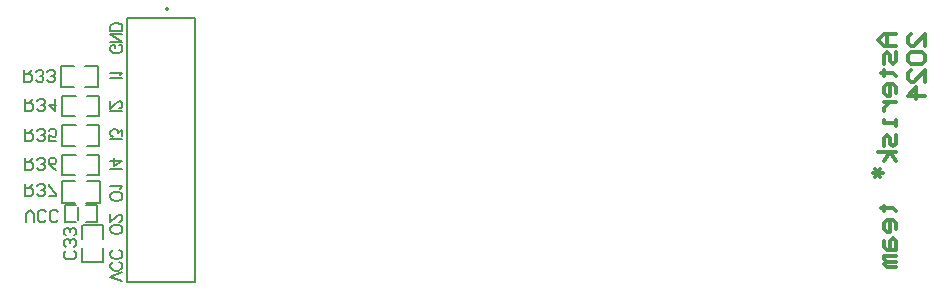
<source format=gbr>
%TF.GenerationSoftware,Altium Limited,Altium Designer,21.8.1 (53)*%
G04 Layer_Color=65535*
%FSLAX42Y42*%
%MOMM*%
%TF.SameCoordinates,15406810-5A1E-4B15-B108-3B776D23A55A*%
%TF.FilePolarity,Positive*%
%TF.FileFunction,Legend,Bot*%
%TF.Part,Single*%
G01*
G75*
%TA.AperFunction,NonConductor*%
%ADD60C,0.20*%
%ADD61C,0.15*%
%ADD62C,0.13*%
%ADD63C,0.30*%
D60*
X17110Y21195D02*
G03*
X17110Y21195I-10J0D01*
G01*
X16696Y20891D02*
X16706Y20887D01*
X16715Y20877D01*
X16720Y20868D01*
Y20849D01*
X16715Y20839D01*
X16706Y20830D01*
X16696Y20825D01*
X16682Y20820D01*
X16658D01*
X16644Y20825D01*
X16634Y20830D01*
X16625Y20839D01*
X16620Y20849D01*
Y20868D01*
X16625Y20877D01*
X16634Y20887D01*
X16644Y20891D01*
X16658D01*
Y20868D02*
Y20891D01*
X16720Y20914D02*
X16620D01*
X16720D02*
X16620Y20981D01*
X16720D02*
X16620D01*
X16720Y21009D02*
X16620D01*
X16720D02*
Y21042D01*
X16715Y21056D01*
X16706Y21066D01*
X16696Y21070D01*
X16682Y21075D01*
X16658D01*
X16644Y21070D01*
X16634Y21066D01*
X16625Y21056D01*
X16620Y21042D01*
Y21009D01*
X16720Y20610D02*
X16620D01*
X16701Y20631D02*
X16706Y20640D01*
X16720Y20655D01*
X16620D01*
X16720Y20330D02*
X16620D01*
X16696Y20356D02*
X16701D01*
X16710Y20360D01*
X16715Y20365D01*
X16720Y20375D01*
Y20394D01*
X16715Y20403D01*
X16710Y20408D01*
X16701Y20413D01*
X16691D01*
X16682Y20408D01*
X16668Y20399D01*
X16620Y20351D01*
Y20418D01*
X16720Y20090D02*
X16620D01*
X16720Y20120D02*
Y20173D01*
X16682Y20144D01*
Y20159D01*
X16677Y20168D01*
X16672Y20173D01*
X16658Y20178D01*
X16649D01*
X16634Y20173D01*
X16625Y20163D01*
X16620Y20149D01*
Y20135D01*
X16625Y20120D01*
X16630Y20116D01*
X16639Y20111D01*
X16720Y19840D02*
X16620D01*
X16720Y19909D02*
X16653Y19861D01*
Y19932D01*
X16720Y19909D02*
X16620D01*
X16720Y19599D02*
X16715Y19589D01*
X16706Y19580D01*
X16696Y19575D01*
X16682Y19570D01*
X16658D01*
X16644Y19575D01*
X16634Y19580D01*
X16625Y19589D01*
X16620Y19599D01*
Y19618D01*
X16625Y19627D01*
X16634Y19637D01*
X16644Y19641D01*
X16658Y19646D01*
X16682D01*
X16696Y19641D01*
X16706Y19637D01*
X16715Y19627D01*
X16720Y19618D01*
Y19599D01*
X16701Y19670D02*
X16706Y19679D01*
X16720Y19693D01*
X16620D01*
X16720Y19319D02*
X16715Y19309D01*
X16706Y19300D01*
X16696Y19295D01*
X16682Y19290D01*
X16658D01*
X16644Y19295D01*
X16634Y19300D01*
X16625Y19309D01*
X16620Y19319D01*
Y19338D01*
X16625Y19347D01*
X16634Y19357D01*
X16644Y19361D01*
X16658Y19366D01*
X16682D01*
X16696Y19361D01*
X16706Y19357D01*
X16715Y19347D01*
X16720Y19338D01*
Y19319D01*
X16696Y19394D02*
X16701D01*
X16710Y19399D01*
X16715Y19404D01*
X16720Y19413D01*
Y19432D01*
X16715Y19442D01*
X16710Y19447D01*
X16701Y19451D01*
X16691D01*
X16682Y19447D01*
X16668Y19437D01*
X16620Y19390D01*
Y19456D01*
X16720Y18890D02*
X16620Y18928D01*
X16720Y18966D02*
X16620Y18928D01*
X16696Y19050D02*
X16706Y19046D01*
X16715Y19036D01*
X16720Y19027D01*
Y19008D01*
X16715Y18998D01*
X16706Y18989D01*
X16696Y18984D01*
X16682Y18979D01*
X16658D01*
X16644Y18984D01*
X16634Y18989D01*
X16625Y18998D01*
X16620Y19008D01*
Y19027D01*
X16625Y19036D01*
X16634Y19046D01*
X16644Y19050D01*
X16696Y19150D02*
X16706Y19145D01*
X16715Y19136D01*
X16720Y19126D01*
Y19107D01*
X16715Y19098D01*
X16706Y19088D01*
X16696Y19083D01*
X16682Y19079D01*
X16658D01*
X16644Y19083D01*
X16634Y19088D01*
X16625Y19098D01*
X16620Y19107D01*
Y19126D01*
X16625Y19136D01*
X16634Y19145D01*
X16644Y19150D01*
X15897Y19710D02*
Y19610D01*
X15947D01*
X15963Y19627D01*
Y19660D01*
X15947Y19677D01*
X15897D01*
X15930D02*
X15963Y19710D01*
X15997Y19627D02*
X16013Y19610D01*
X16047D01*
X16063Y19627D01*
Y19643D01*
X16047Y19660D01*
X16030D01*
X16047D01*
X16063Y19677D01*
Y19693D01*
X16047Y19710D01*
X16013D01*
X15997Y19693D01*
X16097Y19610D02*
X16163D01*
Y19627D01*
X16097Y19693D01*
Y19710D01*
X15907Y19390D02*
Y19457D01*
X15940Y19490D01*
X15973Y19457D01*
Y19390D01*
X16073Y19407D02*
X16057Y19390D01*
X16023D01*
X16007Y19407D01*
Y19473D01*
X16023Y19490D01*
X16057D01*
X16073Y19473D01*
X16173Y19407D02*
X16157Y19390D01*
X16123D01*
X16107Y19407D01*
Y19473D01*
X16123Y19490D01*
X16157D01*
X16173Y19473D01*
X15897Y19930D02*
Y19830D01*
X15947D01*
X15963Y19847D01*
Y19880D01*
X15947Y19897D01*
X15897D01*
X15930D02*
X15963Y19930D01*
X15997Y19847D02*
X16013Y19830D01*
X16047D01*
X16063Y19847D01*
Y19863D01*
X16047Y19880D01*
X16030D01*
X16047D01*
X16063Y19897D01*
Y19913D01*
X16047Y19930D01*
X16013D01*
X15997Y19913D01*
X16163Y19830D02*
X16130Y19847D01*
X16097Y19880D01*
Y19913D01*
X16113Y19930D01*
X16147D01*
X16163Y19913D01*
Y19897D01*
X16147Y19880D01*
X16097D01*
X15897Y20180D02*
Y20080D01*
X15947D01*
X15963Y20097D01*
Y20130D01*
X15947Y20147D01*
X15897D01*
X15930D02*
X15963Y20180D01*
X15997Y20097D02*
X16013Y20080D01*
X16047D01*
X16063Y20097D01*
Y20113D01*
X16047Y20130D01*
X16030D01*
X16047D01*
X16063Y20147D01*
Y20163D01*
X16047Y20180D01*
X16013D01*
X15997Y20163D01*
X16163Y20080D02*
X16097D01*
Y20130D01*
X16130Y20113D01*
X16147D01*
X16163Y20130D01*
Y20163D01*
X16147Y20180D01*
X16113D01*
X16097Y20163D01*
X15897Y20430D02*
Y20330D01*
X15947D01*
X15963Y20347D01*
Y20380D01*
X15947Y20397D01*
X15897D01*
X15930D02*
X15963Y20430D01*
X15997Y20347D02*
X16013Y20330D01*
X16047D01*
X16063Y20347D01*
Y20363D01*
X16047Y20380D01*
X16030D01*
X16047D01*
X16063Y20397D01*
Y20413D01*
X16047Y20430D01*
X16013D01*
X15997Y20413D01*
X16147Y20430D02*
Y20330D01*
X16097Y20380D01*
X16163D01*
X15887Y20680D02*
Y20580D01*
X15937D01*
X15953Y20597D01*
Y20630D01*
X15937Y20647D01*
X15887D01*
X15920D02*
X15953Y20680D01*
X15987Y20597D02*
X16003Y20580D01*
X16037D01*
X16053Y20597D01*
Y20613D01*
X16037Y20630D01*
X16020D01*
X16037D01*
X16053Y20647D01*
Y20663D01*
X16037Y20680D01*
X16003D01*
X15987Y20663D01*
X16087Y20597D02*
X16103Y20580D01*
X16137D01*
X16153Y20597D01*
Y20613D01*
X16137Y20630D01*
X16120D01*
X16137D01*
X16153Y20647D01*
Y20663D01*
X16137Y20680D01*
X16103D01*
X16087Y20663D01*
X16313Y19143D02*
X16330Y19127D01*
Y19093D01*
X16313Y19077D01*
X16247D01*
X16230Y19093D01*
Y19127D01*
X16247Y19143D01*
X16313Y19177D02*
X16330Y19193D01*
Y19227D01*
X16313Y19243D01*
X16297D01*
X16280Y19227D01*
Y19210D01*
Y19227D01*
X16263Y19243D01*
X16247D01*
X16230Y19227D01*
Y19193D01*
X16247Y19177D01*
X16313Y19277D02*
X16330Y19293D01*
Y19327D01*
X16313Y19343D01*
X16297D01*
X16280Y19327D01*
Y19310D01*
Y19327D01*
X16263Y19343D01*
X16247D01*
X16230Y19327D01*
Y19293D01*
X16247Y19277D01*
D61*
X16207Y19740D02*
X16323D01*
X16207Y19555D02*
Y19740D01*
X16418D02*
X16532D01*
Y19555D02*
Y19740D01*
X16415Y19555D02*
X16532D01*
X16207D02*
X16323D01*
X16412Y19387D02*
X16503D01*
X16412Y19533D02*
X16503D01*
X16237D02*
X16330D01*
X16237Y19387D02*
X16327D01*
X16503D02*
Y19533D01*
X16237Y19387D02*
Y19533D01*
X16348Y19405D02*
Y19515D01*
X16212Y20035D02*
X16323D01*
X16212Y20038D02*
Y20207D01*
Y20210D02*
X16325D01*
X16418D02*
X16527D01*
Y20038D02*
Y20207D01*
X16418Y20035D02*
X16527D01*
X16212Y20285D02*
X16323D01*
X16212Y20288D02*
Y20457D01*
Y20460D02*
X16325D01*
X16418D02*
X16527D01*
Y20288D02*
Y20457D01*
X16418Y20285D02*
X16527D01*
X16202Y20535D02*
X16312D01*
X16202Y20538D02*
Y20707D01*
Y20710D02*
X16315D01*
X16407D02*
X16518D01*
Y20538D02*
Y20707D01*
X16407Y20535D02*
X16518D01*
X16212Y19785D02*
X16323D01*
X16212Y19788D02*
Y19957D01*
Y19960D02*
X16325D01*
X16418D02*
X16527D01*
Y19788D02*
Y19957D01*
X16418Y19785D02*
X16527D01*
X16558Y19055D02*
Y19173D01*
X16557Y19248D02*
Y19365D01*
X16385Y19365D02*
X16555D01*
X16382Y19248D02*
Y19365D01*
X16382Y19055D02*
Y19170D01*
X16385Y19055D02*
X16555D01*
D62*
X16760Y18880D02*
X17335Y18880D01*
X17335Y21120D02*
X17335Y18880D01*
X16760Y21120D02*
X17335Y21120D01*
X16760Y18880D02*
Y21120D01*
D63*
X23268Y20980D02*
X23168D01*
X23118Y20930D01*
X23168Y20880D01*
X23268D01*
X23193D01*
Y20980D01*
X23268Y20830D02*
Y20755D01*
X23243Y20730D01*
X23218Y20755D01*
Y20805D01*
X23193Y20830D01*
X23168Y20805D01*
Y20730D01*
X23143Y20655D02*
X23168D01*
Y20680D01*
Y20630D01*
Y20655D01*
X23243D01*
X23268Y20630D01*
Y20480D02*
Y20530D01*
X23243Y20555D01*
X23193D01*
X23168Y20530D01*
Y20480D01*
X23193Y20455D01*
X23218D01*
Y20555D01*
X23168Y20405D02*
X23268D01*
X23218D01*
X23193Y20380D01*
X23168Y20355D01*
Y20330D01*
X23268Y20255D02*
Y20205D01*
Y20230D01*
X23168D01*
Y20255D01*
X23268Y20130D02*
Y20055D01*
X23243Y20030D01*
X23218Y20055D01*
Y20105D01*
X23193Y20130D01*
X23168Y20105D01*
Y20030D01*
X23268Y19980D02*
X23118D01*
X23218D02*
X23168Y19905D01*
X23218Y19980D02*
X23268Y19905D01*
X23143Y19505D02*
X23168D01*
Y19530D01*
Y19480D01*
Y19505D01*
X23243D01*
X23268Y19480D01*
Y19331D02*
Y19381D01*
X23243Y19406D01*
X23193D01*
X23168Y19381D01*
Y19331D01*
X23193Y19306D01*
X23218D01*
Y19406D01*
X23168Y19231D02*
Y19181D01*
X23193Y19156D01*
X23268D01*
Y19231D01*
X23243Y19256D01*
X23218Y19231D01*
Y19156D01*
X23268Y19106D02*
X23168D01*
Y19081D01*
X23193Y19056D01*
X23268D01*
X23193D01*
X23168Y19031D01*
X23193Y19006D01*
X23268D01*
X23520Y20880D02*
Y20980D01*
X23420Y20880D01*
X23395D01*
X23370Y20905D01*
Y20955D01*
X23395Y20980D01*
Y20830D02*
X23370Y20805D01*
Y20755D01*
X23395Y20730D01*
X23495D01*
X23520Y20755D01*
Y20805D01*
X23495Y20830D01*
X23395D01*
X23520Y20580D02*
Y20680D01*
X23420Y20580D01*
X23395D01*
X23370Y20605D01*
Y20655D01*
X23395Y20680D01*
X23520Y20455D02*
X23370D01*
X23445Y20530D01*
Y20430D01*
X23074Y19804D02*
X23160D01*
X23096Y19840D02*
X23139Y19769D01*
X23096D02*
X23139Y19840D01*
%TF.MD5,fffaae50f366f9821631b4fd24e3f37f*%
M02*

</source>
